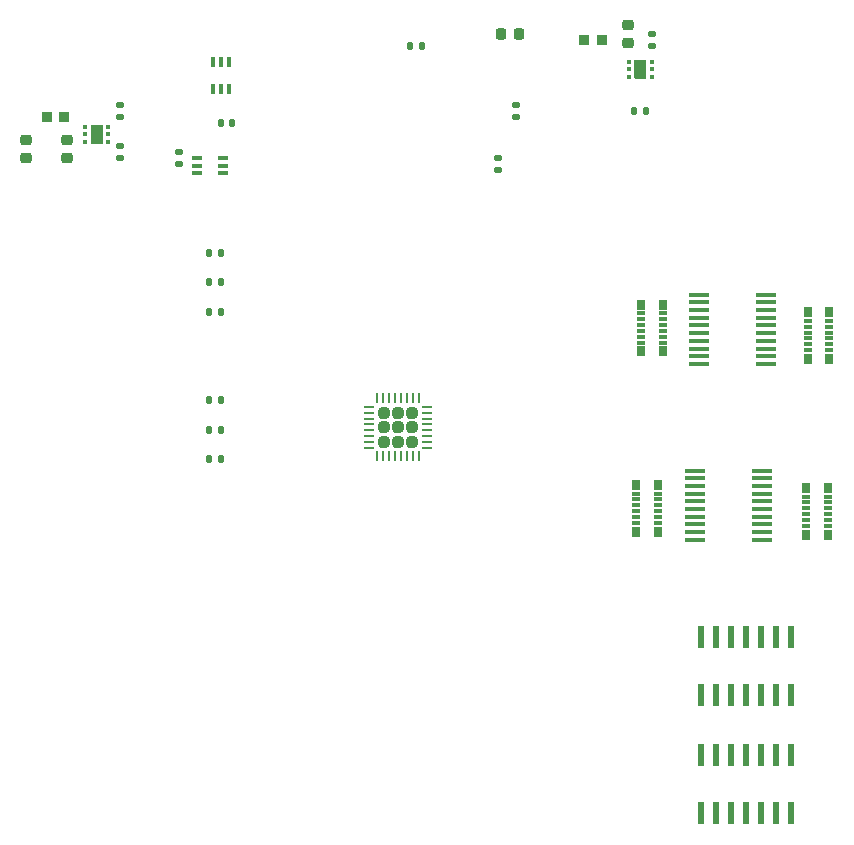
<source format=gbr>
%TF.GenerationSoftware,KiCad,Pcbnew,8.0.6-8.0.6-0~ubuntu24.04.1*%
%TF.CreationDate,2025-02-19T12:31:26-10:00*%
%TF.ProjectId,board_main,626f6172-645f-46d6-9169-6e2e6b696361,rev?*%
%TF.SameCoordinates,Original*%
%TF.FileFunction,Paste,Top*%
%TF.FilePolarity,Positive*%
%FSLAX46Y46*%
G04 Gerber Fmt 4.6, Leading zero omitted, Abs format (unit mm)*
G04 Created by KiCad (PCBNEW 8.0.6-8.0.6-0~ubuntu24.04.1) date 2025-02-19 12:31:26*
%MOMM*%
%LPD*%
G01*
G04 APERTURE LIST*
G04 Aperture macros list*
%AMRoundRect*
0 Rectangle with rounded corners*
0 $1 Rounding radius*
0 $2 $3 $4 $5 $6 $7 $8 $9 X,Y pos of 4 corners*
0 Add a 4 corners polygon primitive as box body*
4,1,4,$2,$3,$4,$5,$6,$7,$8,$9,$2,$3,0*
0 Add four circle primitives for the rounded corners*
1,1,$1+$1,$2,$3*
1,1,$1+$1,$4,$5*
1,1,$1+$1,$6,$7*
1,1,$1+$1,$8,$9*
0 Add four rect primitives between the rounded corners*
20,1,$1+$1,$2,$3,$4,$5,0*
20,1,$1+$1,$4,$5,$6,$7,0*
20,1,$1+$1,$6,$7,$8,$9,0*
20,1,$1+$1,$8,$9,$2,$3,0*%
G04 Aperture macros list end*
%ADD10C,0.000000*%
%ADD11RoundRect,0.135000X-0.135000X-0.185000X0.135000X-0.185000X0.135000X0.185000X-0.135000X0.185000X0*%
%ADD12R,1.676400X0.355600*%
%ADD13RoundRect,0.242500X-0.242500X-0.242500X0.242500X-0.242500X0.242500X0.242500X-0.242500X0.242500X0*%
%ADD14RoundRect,0.062500X-0.337500X-0.062500X0.337500X-0.062500X0.337500X0.062500X-0.337500X0.062500X0*%
%ADD15RoundRect,0.062500X-0.062500X-0.337500X0.062500X-0.337500X0.062500X0.337500X-0.062500X0.337500X0*%
%ADD16RoundRect,0.135000X0.185000X-0.135000X0.185000X0.135000X-0.185000X0.135000X-0.185000X-0.135000X0*%
%ADD17R,0.558800X1.981200*%
%ADD18RoundRect,0.140000X-0.140000X-0.170000X0.140000X-0.170000X0.140000X0.170000X-0.140000X0.170000X0*%
%ADD19RoundRect,0.135000X-0.185000X0.135000X-0.185000X-0.135000X0.185000X-0.135000X0.185000X0.135000X0*%
%ADD20R,0.965200X0.939800*%
%ADD21R,0.449999X0.299999*%
%ADD22R,1.000000X1.599999*%
%ADD23R,0.876300X0.355600*%
%ADD24RoundRect,0.225000X0.250000X-0.225000X0.250000X0.225000X-0.250000X0.225000X-0.250000X-0.225000X0*%
%ADD25RoundRect,0.225000X-0.250000X0.225000X-0.250000X-0.225000X0.250000X-0.225000X0.250000X0.225000X0*%
%ADD26R,0.355600X0.876300*%
%ADD27RoundRect,0.140000X0.170000X-0.140000X0.170000X0.140000X-0.170000X0.140000X-0.170000X-0.140000X0*%
%ADD28RoundRect,0.135000X0.135000X0.185000X-0.135000X0.185000X-0.135000X-0.185000X0.135000X-0.185000X0*%
%ADD29R,0.787400X0.863600*%
%ADD30R,0.787400X0.355600*%
%ADD31RoundRect,0.225000X0.225000X0.250000X-0.225000X0.250000X-0.225000X-0.250000X0.225000X-0.250000X0*%
G04 APERTURE END LIST*
D10*
%TO.C,U1*%
G36*
X96960560Y-76700941D02*
G01*
X96969753Y-76703730D01*
X96978224Y-76708259D01*
X96985648Y-76714353D01*
X96991741Y-76721777D01*
X96996270Y-76730248D01*
X96999059Y-76739440D01*
X97000002Y-76749001D01*
X97000002Y-77351001D01*
X96999059Y-77360562D01*
X96996270Y-77369754D01*
X96991741Y-77378225D01*
X96985648Y-77385649D01*
X96978224Y-77391743D01*
X96969753Y-77396271D01*
X96960560Y-77399060D01*
X96951000Y-77400003D01*
X96049000Y-77400003D01*
X96039440Y-77399060D01*
X96030247Y-77396271D01*
X96021776Y-77391743D01*
X96014352Y-77385649D01*
X96008259Y-77378225D01*
X96003730Y-77369754D01*
X96000941Y-77360562D01*
X95999998Y-77351001D01*
X95999998Y-76749001D01*
X96000941Y-76739440D01*
X96003730Y-76730248D01*
X96008259Y-76721777D01*
X96014352Y-76714353D01*
X96021776Y-76708259D01*
X96030247Y-76703730D01*
X96039440Y-76700941D01*
X96049000Y-76700002D01*
X96951000Y-76700002D01*
X96960560Y-76700941D01*
G37*
G36*
X96960560Y-77600940D02*
G01*
X96969753Y-77603729D01*
X96978224Y-77608257D01*
X96985648Y-77614351D01*
X96991741Y-77621775D01*
X96996270Y-77630246D01*
X96999059Y-77639438D01*
X97000002Y-77648999D01*
X97000002Y-78250999D01*
X96999059Y-78260560D01*
X96996270Y-78269752D01*
X96991741Y-78278223D01*
X96985648Y-78285647D01*
X96978224Y-78291741D01*
X96969753Y-78296270D01*
X96960560Y-78299059D01*
X96951000Y-78299998D01*
X96049000Y-78299998D01*
X96039440Y-78299059D01*
X96030247Y-78296270D01*
X96021776Y-78291741D01*
X96014352Y-78285647D01*
X96008259Y-78278223D01*
X96003730Y-78269752D01*
X96000941Y-78260560D01*
X95999998Y-78250999D01*
X95999998Y-77648999D01*
X96000941Y-77639438D01*
X96003730Y-77630246D01*
X96008259Y-77621775D01*
X96014352Y-77614351D01*
X96021776Y-77608257D01*
X96030247Y-77603729D01*
X96039440Y-77600940D01*
X96049000Y-77599997D01*
X96951000Y-77599997D01*
X96960560Y-77600940D01*
G37*
%TO.C,U4*%
G36*
X142985561Y-71200941D02*
G01*
X142994754Y-71203730D01*
X143003225Y-71208259D01*
X143010649Y-71214353D01*
X143016742Y-71221777D01*
X143021271Y-71230248D01*
X143024060Y-71239440D01*
X143025003Y-71249001D01*
X143025003Y-71851001D01*
X143024060Y-71860562D01*
X143021271Y-71869754D01*
X143016742Y-71878225D01*
X143010649Y-71885649D01*
X143003225Y-71891743D01*
X142994754Y-71896271D01*
X142985561Y-71899060D01*
X142976001Y-71900003D01*
X142074001Y-71900003D01*
X142064441Y-71899060D01*
X142055248Y-71896271D01*
X142046777Y-71891743D01*
X142039353Y-71885649D01*
X142033260Y-71878225D01*
X142028731Y-71869754D01*
X142025942Y-71860562D01*
X142024999Y-71851001D01*
X142024999Y-71249001D01*
X142025942Y-71239440D01*
X142028731Y-71230248D01*
X142033260Y-71221777D01*
X142039353Y-71214353D01*
X142046777Y-71208259D01*
X142055248Y-71203730D01*
X142064441Y-71200941D01*
X142074001Y-71200002D01*
X142976001Y-71200002D01*
X142985561Y-71200941D01*
G37*
G36*
X142985561Y-72100940D02*
G01*
X142994754Y-72103729D01*
X143003225Y-72108257D01*
X143010649Y-72114351D01*
X143016742Y-72121775D01*
X143021271Y-72130246D01*
X143024060Y-72139438D01*
X143025003Y-72148999D01*
X143025003Y-72750999D01*
X143024060Y-72760560D01*
X143021271Y-72769752D01*
X143016742Y-72778223D01*
X143010649Y-72785647D01*
X143003225Y-72791741D01*
X142994754Y-72796270D01*
X142985561Y-72799059D01*
X142976001Y-72799998D01*
X142074001Y-72799998D01*
X142064441Y-72799059D01*
X142055248Y-72796270D01*
X142046777Y-72791741D01*
X142039353Y-72785647D01*
X142033260Y-72778223D01*
X142028731Y-72769752D01*
X142025942Y-72760560D01*
X142024999Y-72750999D01*
X142024999Y-72148999D01*
X142025942Y-72139438D01*
X142028731Y-72130246D01*
X142033260Y-72121775D01*
X142039353Y-72114351D01*
X142046777Y-72108257D01*
X142055248Y-72103729D01*
X142064441Y-72100940D01*
X142074001Y-72099997D01*
X142976001Y-72099997D01*
X142985561Y-72100940D01*
G37*
%TD*%
D11*
%TO.C,R10*%
X106000000Y-87500000D03*
X107020000Y-87500000D03*
%TD*%
D12*
%TO.C,U7*%
X147516200Y-91075000D03*
X147516200Y-91725001D03*
X147516200Y-92374999D03*
X147516200Y-93025001D03*
X147516200Y-93674999D03*
X147516200Y-94324998D03*
X147516200Y-94974999D03*
X147516200Y-95624998D03*
X147516200Y-96274999D03*
X147516200Y-96924998D03*
X153155000Y-96925000D03*
X153155000Y-96275002D03*
X153155000Y-95625001D03*
X153155000Y-94975002D03*
X153155000Y-94325001D03*
X153155000Y-93675002D03*
X153155000Y-93025001D03*
X153155000Y-92375002D03*
X153155000Y-91725001D03*
X153155000Y-91075002D03*
%TD*%
D13*
%TO.C,ADC1*%
X120800000Y-101100000D03*
X120800000Y-102300000D03*
X120800000Y-103500000D03*
X122000000Y-101100000D03*
X122000000Y-102300000D03*
X122000000Y-103500000D03*
X123200000Y-101100000D03*
X123200000Y-102300000D03*
X123200000Y-103500000D03*
D14*
X119550000Y-100550000D03*
X119550000Y-101050000D03*
X119550000Y-101550000D03*
X119550000Y-102050000D03*
X119550000Y-102550000D03*
X119550000Y-103050000D03*
X119550000Y-103550000D03*
X119550000Y-104050000D03*
D15*
X120250000Y-104750000D03*
X120750000Y-104750000D03*
X121250000Y-104750000D03*
X121750000Y-104750000D03*
X122250000Y-104750000D03*
X122750000Y-104750000D03*
X123250000Y-104750000D03*
X123750000Y-104750000D03*
D14*
X124450000Y-104050000D03*
X124450000Y-103550000D03*
X124450000Y-103050000D03*
X124450000Y-102550000D03*
X124450000Y-102050000D03*
X124450000Y-101550000D03*
X124450000Y-101050000D03*
X124450000Y-100550000D03*
D15*
X123750000Y-99850000D03*
X123250000Y-99850000D03*
X122750000Y-99850000D03*
X122250000Y-99850000D03*
X121750000Y-99850000D03*
X121250000Y-99850000D03*
X120750000Y-99850000D03*
X120250000Y-99850000D03*
%TD*%
D12*
%TO.C,U8*%
X147180600Y-105967800D03*
X147180600Y-106617801D03*
X147180600Y-107267799D03*
X147180600Y-107917801D03*
X147180600Y-108567799D03*
X147180600Y-109217798D03*
X147180600Y-109867799D03*
X147180600Y-110517798D03*
X147180600Y-111167799D03*
X147180600Y-111817798D03*
X152819400Y-111817800D03*
X152819400Y-111167802D03*
X152819400Y-110517801D03*
X152819400Y-109867802D03*
X152819400Y-109217801D03*
X152819400Y-108567802D03*
X152819400Y-107917801D03*
X152819400Y-107267802D03*
X152819400Y-106617801D03*
X152819400Y-105967802D03*
%TD*%
D16*
%TO.C,R1*%
X98500000Y-79510000D03*
X98500000Y-78490000D03*
%TD*%
D17*
%TO.C,U5*%
X155310000Y-120072400D03*
X154040000Y-120072400D03*
X152770000Y-120072400D03*
X151500000Y-120072400D03*
X150230000Y-120072400D03*
X148960000Y-120072400D03*
X147690000Y-120072400D03*
X147690000Y-125000000D03*
X148960000Y-125000000D03*
X150230000Y-125000000D03*
X151500000Y-125000000D03*
X152770000Y-125000000D03*
X154040000Y-125000000D03*
X155310000Y-125000000D03*
%TD*%
%TO.C,U6*%
X155310000Y-130036200D03*
X154040000Y-130036200D03*
X152770000Y-130036200D03*
X151500000Y-130036200D03*
X150230000Y-130036200D03*
X148960000Y-130036200D03*
X147690000Y-130036200D03*
X147690000Y-134963800D03*
X148960000Y-134963800D03*
X150230000Y-134963800D03*
X151500000Y-134963800D03*
X152770000Y-134963800D03*
X154040000Y-134963800D03*
X155310000Y-134963800D03*
%TD*%
D18*
%TO.C,C6*%
X107020000Y-76500000D03*
X107980000Y-76500000D03*
%TD*%
D11*
%TO.C,R13*%
X106000000Y-100000000D03*
X107020000Y-100000000D03*
%TD*%
D19*
%TO.C,R3*%
X98500000Y-74990000D03*
X98500000Y-76010000D03*
%TD*%
D16*
%TO.C,R9*%
X132000000Y-76000000D03*
X132000000Y-74980000D03*
%TD*%
D20*
%TO.C,L2*%
X139249300Y-69500000D03*
X137750700Y-69500000D03*
%TD*%
D21*
%TO.C,U1*%
X97474999Y-78150001D03*
X97474999Y-77500000D03*
X97474999Y-76850001D03*
X95525001Y-76850001D03*
X95525001Y-77500000D03*
X95525001Y-78150001D03*
D22*
X96500000Y-77500000D03*
%TD*%
D23*
%TO.C,U3*%
X107222500Y-80799998D03*
X107222500Y-80149999D03*
X107222500Y-79500000D03*
X105000000Y-79500000D03*
X105000000Y-80149999D03*
X105000000Y-80799998D03*
%TD*%
D24*
%TO.C,C9*%
X141500000Y-69775000D03*
X141500000Y-68225000D03*
%TD*%
D25*
%TO.C,C2*%
X94000000Y-77950000D03*
X94000000Y-79500000D03*
%TD*%
D19*
%TO.C,R18*%
X130500000Y-79490000D03*
X130500000Y-80510000D03*
%TD*%
D11*
%TO.C,R14*%
X105990000Y-102500000D03*
X107010000Y-102500000D03*
%TD*%
D26*
%TO.C,U2*%
X106350001Y-73611250D03*
X107000000Y-73611250D03*
X107649999Y-73611250D03*
X107649999Y-71388750D03*
X107000000Y-71388750D03*
X106350001Y-71388750D03*
%TD*%
D27*
%TO.C,C10*%
X143500000Y-69980000D03*
X143500000Y-69020000D03*
%TD*%
D28*
%TO.C,R7*%
X143010000Y-75500000D03*
X141990000Y-75500000D03*
%TD*%
D16*
%TO.C,R4*%
X103500000Y-80010000D03*
X103500000Y-78990000D03*
%TD*%
D11*
%TO.C,R11*%
X106000000Y-90000000D03*
X107020000Y-90000000D03*
%TD*%
%TO.C,R16*%
X122990000Y-70000000D03*
X124010000Y-70000000D03*
%TD*%
D21*
%TO.C,U4*%
X143500000Y-72650001D03*
X143500000Y-72000000D03*
X143500000Y-71350001D03*
X141550002Y-71350001D03*
X141550002Y-72000000D03*
X141550002Y-72650001D03*
D22*
X142525001Y-72000000D03*
%TD*%
D11*
%TO.C,R15*%
X105980000Y-105000000D03*
X107000000Y-105000000D03*
%TD*%
D29*
%TO.C,R22*%
X156585600Y-107411600D03*
D30*
X156585600Y-108159122D03*
X156585600Y-108652644D03*
X156585600Y-109146166D03*
X156585600Y-109639688D03*
X156585600Y-110133210D03*
X156585600Y-110626732D03*
D29*
X156585600Y-111374000D03*
X158414400Y-111374000D03*
D30*
X158414400Y-110626732D03*
X158414400Y-110133210D03*
X158414400Y-109639688D03*
X158414400Y-109146166D03*
X158414400Y-108652644D03*
X158414400Y-108159122D03*
D29*
X158414400Y-107411600D03*
%TD*%
D25*
%TO.C,C1*%
X90500000Y-77950000D03*
X90500000Y-79500000D03*
%TD*%
D29*
%TO.C,R21*%
X156671200Y-92537600D03*
D30*
X156671200Y-93285122D03*
X156671200Y-93778644D03*
X156671200Y-94272166D03*
X156671200Y-94765688D03*
X156671200Y-95259210D03*
X156671200Y-95752732D03*
D29*
X156671200Y-96500000D03*
X158500000Y-96500000D03*
D30*
X158500000Y-95752732D03*
X158500000Y-95259210D03*
X158500000Y-94765688D03*
X158500000Y-94272166D03*
X158500000Y-93778644D03*
X158500000Y-93285122D03*
D29*
X158500000Y-92537600D03*
%TD*%
D20*
%TO.C,L1*%
X93749300Y-76000000D03*
X92250700Y-76000000D03*
%TD*%
D31*
%TO.C,C8*%
X132275000Y-69000000D03*
X130725000Y-69000000D03*
%TD*%
D29*
%TO.C,R19*%
X142585600Y-91911600D03*
D30*
X142585600Y-92659122D03*
X142585600Y-93152644D03*
X142585600Y-93646166D03*
X142585600Y-94139688D03*
X142585600Y-94633210D03*
X142585600Y-95126732D03*
D29*
X142585600Y-95874000D03*
X144414400Y-95874000D03*
D30*
X144414400Y-95126732D03*
X144414400Y-94633210D03*
X144414400Y-94139688D03*
X144414400Y-93646166D03*
X144414400Y-93152644D03*
X144414400Y-92659122D03*
D29*
X144414400Y-91911600D03*
%TD*%
%TO.C,R20*%
X142171200Y-107158234D03*
D30*
X142171200Y-107905756D03*
X142171200Y-108399278D03*
X142171200Y-108892800D03*
X142171200Y-109386322D03*
X142171200Y-109879844D03*
X142171200Y-110373366D03*
D29*
X142171200Y-111120634D03*
X144000000Y-111120634D03*
D30*
X144000000Y-110373366D03*
X144000000Y-109879844D03*
X144000000Y-109386322D03*
X144000000Y-108892800D03*
X144000000Y-108399278D03*
X144000000Y-107905756D03*
D29*
X144000000Y-107158234D03*
%TD*%
D11*
%TO.C,R12*%
X106000000Y-92500000D03*
X107020000Y-92500000D03*
%TD*%
M02*

</source>
